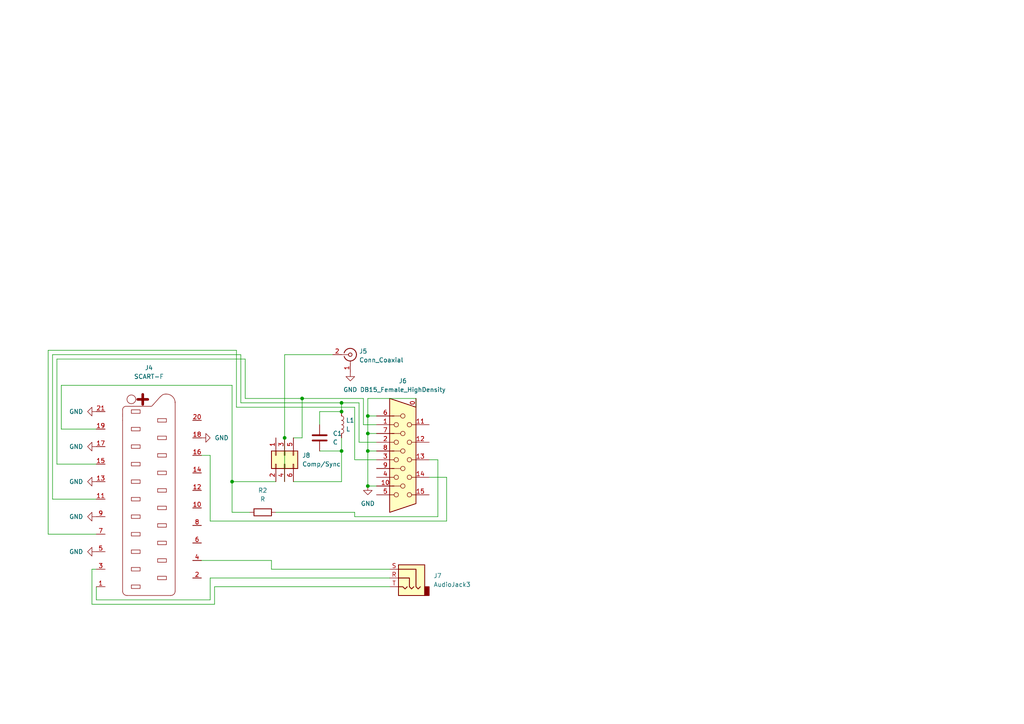
<source format=kicad_sch>
(kicad_sch (version 20211123) (generator eeschema)
  (paper "A4")
  (lib_symbols
    (symbol "Connector:AudioJack3"
      (property "Reference" "J" (at 0 8.89 0))
      (property "Value" "AudioJack3" (at 0 6.35 0))
      (symbol "AudioJack3_0_1"
        (rectangle (start -5.08 -5.08) (end -6.35 -2.54) (stroke (width 0.254)) (fill (type outline)))
        (polyline (pts (xy 0 -2.54) (xy 0.635 -3.175) (xy 1.27 -2.54) (xy 2.54 -2.54)) (stroke (width 0.254)))
        (polyline (pts (xy -1.905 -2.54) (xy -1.27 -3.175) (xy -0.635 -2.54) (xy -0.635 0) (xy 2.54 0)) (stroke (width 0.254)))
        (polyline (pts (xy 2.54 2.54) (xy -2.54 2.54) (xy -2.54 -2.54) (xy -3.175 -3.175) (xy -3.81 -2.54)) (stroke (width 0.254)))
        (rectangle (start 2.54 3.81) (end -5.08 -5.08) (stroke (width 0.254)) (fill (type background)))
      )
      (symbol "AudioJack3_1_1"
        (pin passive line (at 5.08 0 180) (length 2.54) (name "~") (number "R"))
        (pin passive line (at 5.08 2.54 180) (length 2.54) (name "~") (number "S"))
        (pin passive line (at 5.08 -2.54 180) (length 2.54) (name "~") (number "T"))
      )
    )
    (symbol "Connector:Conn_Coaxial" (pin_names (offset 1.016) hide)
      (property "Reference" "J5" (at 2.54 0.9769 0))
      (property "Value" "Conn_Coaxial" (at 2.54 -1.5631 0))
      (symbol "Conn_Coaxial_0_1"
        (arc (start -1.778 -0.508) (mid 0.2311 -1.8066) (end 1.778 0) (stroke (width 0.254)))
        (polyline (pts (xy -2.54 0) (xy -0.508 0)))
        (polyline (pts (xy 0 -2.54) (xy 0 -1.778)))
        (circle (center 0 0) (radius 0.508) (stroke (width 0.2032)))
        (arc (start 1.778 0) (mid 0.2099 1.8101) (end -1.778 0.508) (stroke (width 0.254)))
      )
      (symbol "Conn_Coaxial_1_1"
        (pin passive line (at 0 -5.08 90) (length 2.54) (name "Ext") (number "1"))
        (pin passive line (at -5.08 0 0) (length 2.54) (name "In") (number "2"))
      )
    )
    (symbol "Connector:DB15_Female_HighDensity" (pin_names (offset 1.016) hide)
      (property "Reference" "J6" (at 0 22.86 0))
      (property "Value" "DB15_Female_HighDensity" (at 0 20.32 0))
      (symbol "DB15_Female_HighDensity_0_1"
        (circle (center -1.905 -10.16) (radius 0.635))
        (circle (center -1.905 -5.08) (radius 0.635))
        (circle (center -1.905 0) (radius 0.635))
        (circle (center -1.905 5.08) (radius 0.635))
        (circle (center -1.905 10.16) (radius 0.635))
        (circle (center 0 -7.62) (radius 0.635))
        (circle (center 0 -2.54) (radius 0.635))
        (polyline (pts (xy -3.175 7.62) (xy -0.635 7.62)))
        (polyline (pts (xy -0.635 -7.62) (xy -3.175 -7.62)))
        (polyline (pts (xy -0.635 -2.54) (xy -3.175 -2.54)))
        (polyline (pts (xy -0.635 2.54) (xy -3.175 2.54)))
        (polyline (pts (xy -0.635 12.7) (xy -3.175 12.7)))
        (polyline (pts (xy -3.81 17.78) (xy -3.81 -15.24) (xy 3.81 -12.7) (xy 3.81 15.24) (xy -3.81 17.78)) (stroke (width 0.254)) (fill (type background)))
        (circle (center 0 2.54) (radius 0.635))
        (circle (center 0 7.62) (radius 0.635))
        (circle (center 0 12.7) (radius 0.635))
        (circle (center 1.905 -10.16) (radius 0.635))
        (circle (center 1.905 -5.08) (radius 0.635))
        (circle (center 1.905 0) (radius 0.635))
        (circle (center 1.905 5.08) (radius 0.635))
        (circle (center 1.905 10.16) (radius 0.635))
      )
      (symbol "DB15_Female_HighDensity_1_1"
        (pin passive line (at 3.81 15.24 90) (length 2.54) (name "0") (number "0"))
        (pin passive line (at -7.62 10.16 0) (length 5.08) (name "~") (number "1"))
        (pin passive line (at -7.62 -7.62 0) (length 5.08) (name "~") (number "10"))
        (pin passive line (at 7.62 10.16 180) (length 5.08) (name "~") (number "11"))
        (pin passive line (at 7.62 5.08 180) (length 5.08) (name "~") (number "12"))
        (pin passive line (at 7.62 0 180) (length 5.08) (name "~") (number "13"))
        (pin passive line (at 7.62 -5.08 180) (length 5.08) (name "~") (number "14"))
        (pin passive line (at 7.62 -10.16 180) (length 5.08) (name "~") (number "15"))
        (pin passive line (at -7.62 5.08 0) (length 5.08) (name "~") (number "2"))
        (pin passive line (at -7.62 0 0) (length 5.08) (name "~") (number "3"))
        (pin passive line (at -7.62 -5.08 0) (length 5.08) (name "~") (number "4"))
        (pin passive line (at -7.62 -10.16 0) (length 5.08) (name "~") (number "5"))
        (pin passive line (at -7.62 12.7 0) (length 5.08) (name "~") (number "6"))
        (pin passive line (at -7.62 7.62 0) (length 5.08) (name "~") (number "7"))
        (pin passive line (at -7.62 2.54 0) (length 5.08) (name "~") (number "8"))
        (pin passive line (at -7.62 -2.54 0) (length 5.08) (name "~") (number "9"))
      )
    )
    (symbol "Connector:SCART-F" (pin_names (offset 0.762) hide)
      (property "Reference" "J" (at 0 31.75 0))
      (property "Value" "SCART-F" (at 1.016 -29.21 0))
      (symbol "SCART-F_0_1"
        (arc (start -7.62 -26.67) (mid -7.248 -27.568) (end -6.35 -27.94))
        (arc (start -6.604 26.9494) (mid -7.3224 26.6518) (end -7.62 25.9334))
        (rectangle (start -5.08 -24.892) (end -2.54 -25.908))
        (rectangle (start -5.08 -19.812) (end -2.54 -20.828))
        (rectangle (start -5.08 -14.732) (end -2.54 -15.748))
        (rectangle (start -5.08 -9.652) (end -2.54 -10.668))
        (rectangle (start -5.08 -4.572) (end -2.54 -5.588))
        (rectangle (start -5.08 0.508) (end -2.54 -0.508))
        (rectangle (start -5.08 5.588) (end -2.54 4.572))
        (rectangle (start -5.08 10.668) (end -2.54 9.652))
        (rectangle (start -5.08 15.748) (end -2.54 14.732))
        (rectangle (start -5.08 20.828) (end -2.54 19.812))
        (rectangle (start -5.08 25.908) (end -2.54 24.892))
        (circle (center -5.08 28.956) (radius 1.27))
        (polyline (pts (xy -7.62 22.86) (xy -7.62 -26.67)))
        (polyline (pts (xy -7.62 22.86) (xy -7.62 24.13)))
        (polyline (pts (xy -7.62 24.6634) (xy -7.62 24.13)))
        (polyline (pts (xy -7.62 24.6634) (xy -7.62 25.9334)))
        (polyline (pts (xy -6.604 26.9494) (xy 0.508 26.9494)))
        (polyline (pts (xy -6.35 -27.94) (xy 6.35 -27.94)))
        (polyline (pts (xy 3.302 29.718) (xy 1.27 27.432)))
        (polyline (pts (xy 4.826 30.48) (xy 5.08 30.48)))
        (polyline (pts (xy 7.62 -26.67) (xy 7.62 28.2194)))
        (arc (start 0.508 26.924) (mid 0.9569 27.0702) (end 1.2192 27.4574))
        (rectangle (start 2.54 -22.352) (end 5.08 -23.368))
        (rectangle (start 2.54 -17.272) (end 5.08 -18.288))
        (rectangle (start 2.54 -12.192) (end 5.08 -13.208))
        (rectangle (start 2.54 -7.112) (end 5.08 -8.128))
        (rectangle (start 2.54 -2.032) (end 5.08 -3.048))
        (rectangle (start 2.54 3.048) (end 5.08 2.032))
        (rectangle (start 2.54 8.128) (end 5.08 7.112))
        (rectangle (start 2.54 13.208) (end 5.08 12.192))
        (rectangle (start 2.54 18.288) (end 5.08 17.272))
        (rectangle (start 2.54 23.368) (end 5.08 22.352))
        (arc (start 4.826 30.48) (mid 3.999 30.2726) (end 3.3782 29.6926))
        (arc (start 6.35 -27.94) (mid 7.248 -27.568) (end 7.62 -26.67))
        (arc (start 7.62 27.94) (mid 6.8761 29.7361) (end 5.08 30.48))
        (text "+" (at -1.778 29.21 0) (effects (font (size 3.81 3.81) bold)))
      )
      (symbol "SCART-F_1_1"
        (pin passive line (at -15.24 -25.4 0) (length 2.54) (name "P1") (number "1"))
        (pin passive line (at 15.24 -2.54 180) (length 2.54) (name "P10") (number "10"))
        (pin passive line (at -15.24 0 0) (length 2.54) (name "P11") (number "11"))
        (pin passive line (at 15.24 2.54 180) (length 2.54) (name "P12") (number "12"))
        (pin passive line (at -15.24 5.08 0) (length 2.54) (name "P13") (number "13"))
        (pin passive line (at 15.24 7.62 180) (length 2.54) (name "P14") (number "14"))
        (pin passive line (at -15.24 10.16 0) (length 2.54) (name "P15") (number "15"))
        (pin passive line (at 15.24 12.7 180) (length 2.54) (name "P16") (number "16"))
        (pin passive line (at -15.24 15.24 0) (length 2.54) (name "P17") (number "17"))
        (pin passive line (at 15.24 17.78 180) (length 2.54) (name "P18") (number "18"))
        (pin passive line (at -15.24 20.32 0) (length 2.54) (name "P19") (number "19"))
        (pin passive line (at 15.24 -22.86 180) (length 2.54) (name "P2") (number "2"))
        (pin passive line (at 15.24 22.86 180) (length 2.54) (name "P20") (number "20"))
        (pin passive line (at -15.24 25.4 0) (length 2.54) (name "P21") (number "21"))
        (pin passive line (at -15.24 -20.32 0) (length 2.54) (name "P3") (number "3"))
        (pin passive line (at 15.24 -17.78 180) (length 2.54) (name "P4") (number "4"))
        (pin passive line (at -15.24 -15.24 0) (length 2.54) (name "P5") (number "5"))
        (pin passive line (at 15.24 -12.7 180) (length 2.54) (name "P6") (number "6"))
        (pin passive line (at -15.24 -10.16 0) (length 2.54) (name "P7") (number "7"))
        (pin passive line (at 15.24 -7.62 180) (length 2.54) (name "P8") (number "8"))
        (pin passive line (at -15.24 -5.08 0) (length 2.54) (name "P9") (number "9"))
      )
    )
    (symbol "Connector_Generic:Conn_02x03_Odd_Even" (pin_names (offset 1.016) hide)
      (property "Reference" "J" (at 1.27 5.08 0))
      (property "Value" "Conn_02x03_Odd_Even" (at 1.27 -5.08 0))
      (symbol "Conn_02x03_Odd_Even_1_1"
        (rectangle (start -1.27 -2.413) (end 0 -2.667) (stroke (width 0.1524)))
        (rectangle (start -1.27 0.127) (end 0 -0.127) (stroke (width 0.1524)))
        (rectangle (start -1.27 2.667) (end 0 2.413) (stroke (width 0.1524)))
        (rectangle (start -1.27 3.81) (end 3.81 -3.81) (stroke (width 0.254)) (fill (type background)))
        (rectangle (start 3.81 -2.413) (end 2.54 -2.667) (stroke (width 0.1524)))
        (rectangle (start 3.81 0.127) (end 2.54 -0.127) (stroke (width 0.1524)))
        (rectangle (start 3.81 2.667) (end 2.54 2.413) (stroke (width 0.1524)))
        (pin passive line (at -5.08 2.54 0) (length 3.81) (name "Pin_1") (number "1"))
        (pin passive line (at 7.62 2.54 180) (length 3.81) (name "Pin_2") (number "2"))
        (pin passive line (at -5.08 0 0) (length 3.81) (name "Pin_3") (number "3"))
        (pin passive line (at 7.62 0 180) (length 3.81) (name "Pin_4") (number "4"))
        (pin passive line (at -5.08 -2.54 0) (length 3.81) (name "Pin_5") (number "5"))
        (pin passive line (at 7.62 -2.54 180) (length 3.81) (name "Pin_6") (number "6"))
      )
    )
    (symbol "Device:C" (pin_numbers hide) (pin_names (offset 0.254))
      (property "Reference" "C" (at 0.635 2.54 0))
      (property "Value" "C" (at 0.635 -2.54 0))
      (symbol "C_0_1"
        (polyline (pts (xy -2.032 -0.762) (xy 2.032 -0.762)) (stroke (width 0.508)))
        (polyline (pts (xy -2.032 0.762) (xy 2.032 0.762)) (stroke (width 0.508)))
      )
      (symbol "C_1_1"
        (pin passive line (at 0 3.81 270) (length 2.794) (name "~") (number "1"))
        (pin passive line (at 0 -3.81 90) (length 2.794) (name "~") (number "2"))
      )
    )
    (symbol "Device:L" (pin_numbers hide) (pin_names (offset 1.016) hide)
      (property "Reference" "L" (at -1.27 0 90))
      (property "Value" "L" (at 1.905 0 90))
      (symbol "L_0_1"
        (arc (start 0 -2.54) (mid 0.635 -1.905) (end 0 -1.27))
        (arc (start 0 -1.27) (mid 0.635 -0.635) (end 0 0))
        (arc (start 0 0) (mid 0.635 0.635) (end 0 1.27))
        (arc (start 0 1.27) (mid 0.635 1.905) (end 0 2.54))
      )
      (symbol "L_1_1"
        (pin passive line (at 0 3.81 270) (length 1.27) (name "1") (number "1"))
        (pin passive line (at 0 -3.81 90) (length 1.27) (name "2") (number "2"))
      )
    )
    (symbol "Device:R" (pin_numbers hide) (pin_names (offset 0))
      (property "Reference" "R" (at 2.032 0 90))
      (property "Value" "R" (at 0 0 90))
      (symbol "R_0_1"
        (rectangle (start -1.016 -2.54) (end 1.016 2.54) (stroke (width 0.254)))
      )
      (symbol "R_1_1"
        (pin passive line (at 0 3.81 270) (length 1.27) (name "~") (number "1"))
        (pin passive line (at 0 -3.81 90) (length 1.27) (name "~") (number "2"))
      )
    )
    (symbol "power:GND" (power) (pin_names (offset 0))
      (property "Value" "GND" (at 0 -3.81 0))
      (symbol "GND_0_1"
        (polyline (pts (xy 0 0) (xy 0 -1.27) (xy 1.27 -1.27) (xy 0 -2.54) (xy -1.27 -1.27) (xy 0 -1.27)))
      )
      (symbol "GND_1_1"
        (pin power_in line (at 0 0 270) (length 0) hide (name "GND") (number "1"))
      )
    )
  )
  (junction (at 99.06 116.84))
  (junction (at 67.31 139.7))
  (junction (at 87.63 115.57))
  (junction (at 99.06 119.38))
  (junction (at 106.68 130.81))
  (junction (at 106.68 125.73))
  (junction (at 106.68 120.65))
  (junction (at 99.06 130.81))
  (junction (at 82.55 127))
  (junction (at 106.68 140.97))
  (wire (pts (xy 82.55 102.87) (xy 82.55 127)))
  (wire (pts (xy 67.31 148.59) (xy 72.39 148.59)))
  (wire (pts (xy 62.23 175.26) (xy 62.23 170.18)))
  (wire (pts (xy 71.12 115.57) (xy 87.63 115.57)))
  (wire (pts (xy 104.14 128.27) (xy 104.14 116.84)))
  (wire (pts (xy 106.68 125.73) (xy 106.68 130.81)))
  (wire (pts (xy 96.52 102.87) (xy 82.55 102.87)))
  (wire (pts (xy 69.85 102.87) (xy 69.85 116.84)))
  (wire (pts (xy 105.41 115.57) (xy 105.41 123.19)))
  (wire (pts (xy 26.67 175.26) (xy 62.23 175.26)))
  (wire (pts (xy 124.46 138.43) (xy 129.54 138.43)))
  (wire (pts (xy 13.97 154.94) (xy 27.94 154.94)))
  (wire (pts (xy 106.68 130.81) (xy 106.68 140.97)))
  (wire (pts (xy 124.46 133.35) (xy 127 133.35)))
  (wire (pts (xy 60.96 151.13) (xy 60.96 132.08)))
  (wire (pts (xy 129.54 138.43) (xy 129.54 151.13)))
  (wire (pts (xy 27.94 165.1) (xy 26.67 165.1)))
  (wire (pts (xy 71.12 115.57) (xy 71.12 104.14)))
  (wire (pts (xy 129.54 151.13) (xy 60.96 151.13)))
  (wire (pts (xy 106.68 125.73) (xy 109.22 125.73)))
  (wire (pts (xy 113.03 165.1) (xy 78.74 165.1)))
  (wire (pts (xy 69.85 116.84) (xy 99.06 116.84)))
  (wire (pts (xy 99.06 130.81) (xy 99.06 127)))
  (wire (pts (xy 99.06 119.38) (xy 99.06 116.84)))
  (wire (pts (xy 67.31 111.76) (xy 67.31 139.7)))
  (wire (pts (xy 78.74 162.56) (xy 58.42 162.56)))
  (wire (pts (xy 127 133.35) (xy 127 149.86)))
  (wire (pts (xy 99.06 119.38) (xy 92.71 119.38)))
  (wire (pts (xy 17.78 124.46) (xy 27.94 124.46)))
  (wire (pts (xy 87.63 127) (xy 87.63 115.57)))
  (wire (pts (xy 80.01 148.59) (xy 102.87 148.59)))
  (wire (pts (xy 106.68 120.65) (xy 106.68 125.73)))
  (wire (pts (xy 27.94 170.18) (xy 27.94 173.99)))
  (wire (pts (xy 99.06 139.7) (xy 99.06 130.81)))
  (wire (pts (xy 67.31 139.7) (xy 67.31 148.59)))
  (wire (pts (xy 85.09 139.7) (xy 99.06 139.7)))
  (wire (pts (xy 102.87 148.59) (xy 102.87 149.86)))
  (wire (pts (xy 16.51 104.14) (xy 16.51 134.62)))
  (wire (pts (xy 102.87 133.35) (xy 102.87 118.11)))
  (wire (pts (xy 92.71 119.38) (xy 92.71 123.19)))
  (wire (pts (xy 92.71 130.81) (xy 99.06 130.81)))
  (wire (pts (xy 85.09 127) (xy 87.63 127)))
  (wire (pts (xy 15.24 144.78) (xy 15.24 102.87)))
  (wire (pts (xy 62.23 170.18) (xy 113.03 170.18)))
  (wire (pts (xy 87.63 115.57) (xy 105.41 115.57)))
  (wire (pts (xy 60.96 132.08) (xy 58.42 132.08)))
  (wire (pts (xy 16.51 134.62) (xy 27.94 134.62)))
  (wire (pts (xy 120.65 115.57) (xy 106.68 115.57)))
  (wire (pts (xy 104.14 128.27) (xy 109.22 128.27)))
  (wire (pts (xy 15.24 144.78) (xy 27.94 144.78)))
  (wire (pts (xy 67.31 139.7) (xy 80.01 139.7)))
  (wire (pts (xy 17.78 124.46) (xy 17.78 111.76)))
  (wire (pts (xy 13.97 101.6) (xy 68.58 101.6)))
  (wire (pts (xy 127 149.86) (xy 102.87 149.86)))
  (wire (pts (xy 82.55 127) (xy 82.55 139.7)))
  (wire (pts (xy 105.41 123.19) (xy 109.22 123.19)))
  (wire (pts (xy 106.68 115.57) (xy 106.68 120.65)))
  (wire (pts (xy 120.65 115.57) (xy 120.65 118.11)))
  (wire (pts (xy 106.68 140.97) (xy 109.22 140.97)))
  (wire (pts (xy 27.94 173.99) (xy 60.96 173.99)))
  (wire (pts (xy 60.96 167.64) (xy 113.03 167.64)))
  (wire (pts (xy 78.74 165.1) (xy 78.74 162.56)))
  (wire (pts (xy 102.87 118.11) (xy 68.58 118.11)))
  (wire (pts (xy 13.97 154.94) (xy 13.97 101.6)))
  (wire (pts (xy 26.67 165.1) (xy 26.67 175.26)))
  (wire (pts (xy 68.58 101.6) (xy 68.58 118.11)))
  (wire (pts (xy 60.96 173.99) (xy 60.96 167.64)))
  (wire (pts (xy 15.24 102.87) (xy 69.85 102.87)))
  (wire (pts (xy 106.68 120.65) (xy 109.22 120.65)))
  (wire (pts (xy 99.06 116.84) (xy 104.14 116.84)))
  (wire (pts (xy 16.51 104.14) (xy 71.12 104.14)))
  (wire (pts (xy 106.68 130.81) (xy 109.22 130.81)))
  (wire (pts (xy 17.78 111.76) (xy 67.31 111.76)))
  (wire (pts (xy 102.87 133.35) (xy 109.22 133.35)))
  (symbol (lib_id "power:GND") (at 27.94 119.38 270) (unit 1)
    (property "Reference" "#PWR0102" (effects hide))
    (property "Value" "GND" (at 24.13 119.3799 90) (effects (justify right)))
  )
  (symbol (lib_id "Connector:Conn_Coaxial") (at 101.6 102.87 0) (unit 1)
    (property "Reference" "J5" (at 104.14 101.8931 0) (effects (justify left)))
    (property "Value" "Conn_Coaxial" (at 104.14 104.4331 0) (effects (justify left)))
    (property "Footprint" "Connector_Coaxial:CBP C160" (effects hide))
    (property "Datasheet" " ~" (effects hide))
  )
  (symbol (lib_id "power:GND") (at 58.42 127 90) (unit 1)
    (property "Reference" "#PWR0104" (effects hide))
    (property "Value" "GND" (at 62.23 126.9999 90) (effects (justify right)))
  )
  (symbol (lib_id "power:GND") (at 27.94 139.7 270) (unit 1)
    (property "Reference" "#PWR0106" (effects hide))
    (property "Value" "GND" (at 24.13 139.6999 90) (effects (justify right)))
  )
  (symbol (lib_id "Device:C") (at 92.71 127 0) (unit 1)
    (property "Reference" "C1" (at 96.52 125.7299 0) (effects (justify left)))
    (property "Value" "C" (at 96.52 128.2699 0) (effects (justify left)))
    (property "Footprint" "Capacitor_THT:C_Disc_D6.0mm_W2.5mm_P5.00mm" (effects hide))
  )
  (symbol (lib_id "Connector_Generic:Conn_02x03_Odd_Even") (at 82.55 132.08 90) (mirror x) (unit 1)
    (property "Reference" "J8" (at 87.63 132.0799 90) (effects (justify right)))
    (property "Value" "Comp{slash}Sync" (at 87.63 134.6199 90) (effects (justify right)))
    (property "Footprint" "Connector_PinHeader_2.54mm:PinHeader_2x03_P2.54mm_Vertical" (effects hide))
  )
  (symbol (lib_id "power:GND") (at 27.94 160.02 270) (unit 1)
    (property "Reference" "#PWR0105" (effects hide))
    (property "Value" "GND" (at 24.13 160.0199 90) (effects (justify right)))
  )
  (symbol (lib_id "Device:L") (at 99.06 123.19 0) (unit 1)
    (property "Reference" "L1" (at 100.33 121.9199 0) (effects (justify left)))
    (property "Value" "L" (at 100.33 124.4599 0) (effects (justify left)))
    (property "Footprint" "Inductor_THT:L_Axial_L6.6mm_D2.7mm_P10.16mm_Horizontal_Vishay_IM-2" (effects hide))
  )
  (symbol (lib_id "power:GND") (at 27.94 149.86 270) (unit 1)
    (property "Reference" "#PWR0107" (effects hide))
    (property "Value" "GND" (at 24.13 149.8599 90) (effects (justify right)))
  )
  (symbol (lib_id "power:GND") (at 101.6 107.95 0) (unit 1)
    (property "Reference" "#PWR0101" (effects hide))
    (property "Value" "GND" (at 101.6 113.03 0))
  )
  (symbol (lib_id "Connector:AudioJack3") (at 118.11 167.64 0) (mirror y) (unit 1)
    (property "Reference" "J7" (at 125.73 167.0049 0) (effects (justify right)))
    (property "Value" "AudioJack3" (at 125.73 169.5449 0) (effects (justify right)))
    (property "Footprint" "Connector_Audio:Jack_3.5mm_Ledino_KB3SPRS_Horizontal" (effects hide))
  )
  (symbol (lib_id "Connector:SCART-F") (at 43.18 144.78 0) (unit 1)
    (property "Reference" "J4" (at 43.18 106.68 0))
    (property "Value" "SCART-F" (at 43.18 109.22 0))
    (property "Footprint" "Connector:SCART.kicad_mod" (effects hide))
    (property "Datasheet" " ~" (effects hide))
  )
  (symbol (lib_id "Device:R") (at 76.2 148.59 90) (unit 1)
    (property "Reference" "R2" (at 76.2 142.24 90))
    (property "Value" "R" (at 76.2 144.78 90))
    (property "Footprint" "Resistor_THT:R_Axial_DIN0207_L6.3mm_D2.5mm_P7.62mm_Horizontal" (effects hide))
  )
  (symbol (lib_id "power:GND") (at 27.94 129.54 270) (unit 1)
    (property "Reference" "#PWR0103" (effects hide))
    (property "Value" "GND" (at 24.13 129.5399 90) (effects (justify right)))
  )
  (symbol (lib_id "power:GND") (at 106.68 140.97 0) (unit 1)
    (property "Reference" "#PWR0108" (effects hide))
    (property "Value" "GND" (at 106.68 146.05 0))
  )
  (symbol (lib_id "Connector:DB15_Female_HighDensity") (at 116.84 133.35 0) (unit 1)
    (property "Reference" "J6" (at 116.84 110.49 0))
    (property "Value" "DB15_Female_HighDensity" (at 116.84 113.03 0))
    (property "Footprint" "Connector_Dsub:DSUB-15-HD_Female_Horizontal_P2.29x1.98mm_EdgePinOffset8.35mm_Housed_MountingHolesOffset10.89mm" (effects hide))
    (property "Datasheet" " ~" (effects hide))
  )
)
</source>
